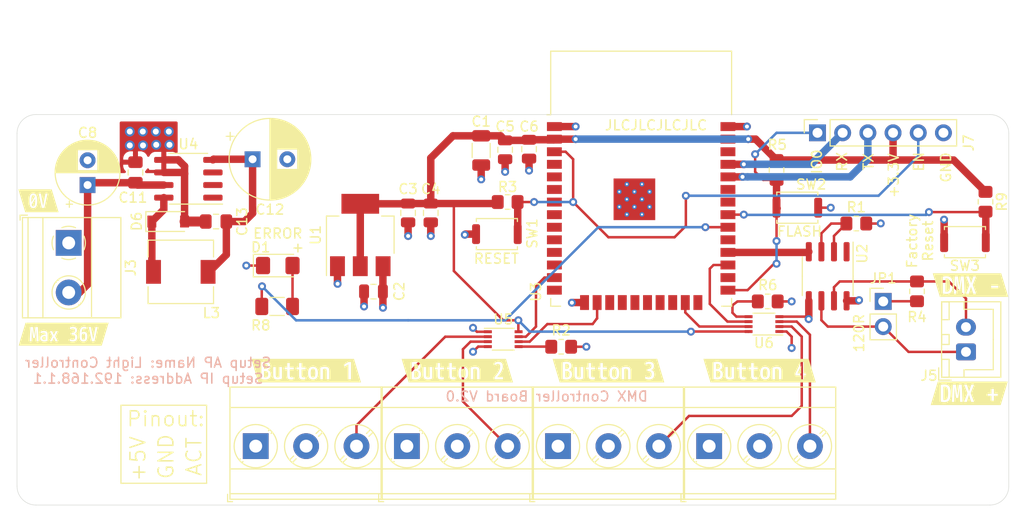
<source format=kicad_pcb>
(kicad_pcb (version 20211014) (generator pcbnew)
  (layers (0 "F.Cu" signal) (1 "In1.Cu" power) (2 "In2.Cu" power) (31 "B.Cu" signal) (34 "B.Paste" user) (35 "F.Paste" user) (36 "B.SilkS" user "B.Silkscreen") (37 "F.SilkS" user "F.Silkscreen") (38 "B.Mask" user) (39 "F.Mask" user) (44 "Edge.Cuts" user))
  (net 0 "")
  (net 1 "GND")
  (net 2 "VCC")
  (net 3 "Net-(D6-Pad1)")
  (net 4 "RESET")
  (net 5 "+3.3V")
  (net 6 "+5V")
  (net 7 "Net-(J5-Pad1)")
  (net 8 "Net-(J5-Pad2)")
  (net 9 "Net-(R1-Pad1)")
  (net 10 "BOOT_MODE")
  (net 11 "RXD")
  (net 12 "TXD")
  (net 13 "Net-(D1-Pad2)")
  (net 14 "ERROR_LED")
  (net 15 "B2")
  (net 16 "B3")
  (net 17 "B4")
  (net 18 "B1")
  (net 19 "FACTORY_RESET")
  (net 20 "RS485_DIN")
  (net 21 "Net-(JP1-Pad1)")
  (net 49 "Button1_sense")
  (net 50 "Button2_sense")
  (net 51 "Button3_sense")
  (net 52 "Button4_sense")
  (net 53 "Net-(R2-Pad1)")
  (net 54 "Net-(R6-Pad1)")
  (footprint "Capacitor_THT:CP_Radial_D6.3mm_P2.50mm" (layer "F.Cu") (at 26.162 32.7025 90)
    (fp_text reference "C8")
    (fp_text value "100uF")
  )
  (footprint "Capacitor_THT:CP_Radial_D8.0mm_P3.50mm" (layer "F.Cu") (at 42.799 30.099)
    (fp_text reference "C12")
    (fp_text value "100uF")
  )
  (footprint "Capacitor_SMD:C_0805_2012Metric_Pad1.18x1.45mm_HandSolder" (layer "F.Cu") (at 39.116 36.3855)
    (fp_text reference "C13")
    (fp_text value "100nF")
  )
  (footprint "Diode_SMD:D_SOD-123" (layer "F.Cu") (at 34.29 36.3855)
    (fp_text reference "D6")
    (fp_text value "1N5817")
  )
  (footprint "TerminalBlock_Phoenix:TerminalBlock_Phoenix_MKDS-1,5-2_1x02_P5.00mm_Horizontal" (layer "F.Cu") (at 24.257 38.5445 -90)
    (fp_text reference "J3")
    (fp_text value "PWR_IN")
  )
  (footprint "Connector_JST:JST_XH_B2B-XH-A_1x02_P2.50mm_Vertical" (layer "F.Cu") (at 114.7318 49.5427 90)
    (fp_text reference "J5")
    (fp_text value "Conn_Left")
  )
  (footprint "Inductor_SMD:L_6.3x6.3_H3" (layer "F.Cu") (at 35.56 41.4655)
    (fp_text reference "L3")
    (fp_text value "L_Small")
  )
  (footprint "Resistor_SMD:R_0805_2012Metric_Pad1.20x1.40mm_HandSolder" (layer "F.Cu") (at 68.5165 34.417)
    (fp_text reference "R3")
    (fp_text value "10k")
  )
  (footprint "Button_Switch_SMD:SW_Push_SPST_NO_Alps_SKRK" (layer "F.Cu") (at 67.4325 37.6555 180)
    (fp_text reference "SW1")
    (fp_text value "SW_SPST")
  )
  (footprint "Package_SO:SOIC-8_3.9x4.9mm_P1.27mm" (layer "F.Cu") (at 100.7872 41.91 -90)
    (fp_text reference "U2")
    (fp_text value "MAX485E")
  )
  (footprint "Package_SO:SOIC-8_3.9x4.9mm_P1.27mm" (layer "F.Cu") (at 36.322 32.0675 180)
    (fp_text reference "U4")
    (fp_text value "LM2594HVM-5.0")
  )
  (footprint "Capacitor_SMD:C_1206_3216Metric" (layer "F.Cu") (at 65.8495 29.21 -90)
    (fp_text reference "C1")
    (fp_text value "100uF/6.3V")
  )
  (footprint "Capacitor_SMD:C_0805_2012Metric" (layer "F.Cu") (at 58.4785 35.519 -90)
    (fp_text reference "C3")
    (fp_text value "10uF/25V")
  )
  (footprint "Capacitor_SMD:C_0805_2012Metric" (layer "F.Cu") (at 60.7645 35.519 -90)
    (fp_text reference "C4")
    (fp_text value "22uF/25V")
  )
  (footprint "RF_Module:ESP32-WROOM-32" (layer "F.Cu") (at 81.9785 35.052)
    (fp_text reference "U3")
    (fp_text value "ESP32-WROOM-32")
  )
  (footprint "Resistor_SMD:R_0805_2012Metric_Pad1.20x1.40mm_HandSolder" (layer "F.Cu") (at 103.6734 36.5887)
    (fp_text reference "R1")
    (fp_text value "10K")
  )
  (footprint "Capacitor_SMD:C_0805_2012Metric_Pad1.18x1.45mm_HandSolder" (layer "F.Cu") (at 30.988 31.4325 -90)
    (fp_text reference "C11")
    (fp_text value "100nF")
  )
  (footprint "Diode_SMD:D_1206_3216Metric_Pad1.42x1.75mm_HandSolder" (layer "F.Cu") (at 45.339 40.8305)
    (fp_text reference "D1")
    (fp_text value "D_Small")
  )
  (footprint "Resistor_SMD:R_1206_3216Metric_Pad1.30x1.75mm_HandSolder" (layer "F.Cu") (at 45.2755 44.958 180)
    (fp_text reference "R8")
    (fp_text value "200R")
  )
  (footprint "TerminalBlock_Phoenix:TerminalBlock_Phoenix_MKDS-3-3-5.08_1x03_P5.08mm_Horizontal" (layer "F.Cu") (at 43.1165 59.055)
    (fp_text reference "J1")
    (fp_text value "Screw_Terminal_01x03")
  )
  (footprint "TerminalBlock_Phoenix:TerminalBlock_Phoenix_MKDS-3-3-5.08_1x03_P5.08mm_Horizontal" (layer "F.Cu") (at 58.3565 59.055)
    (fp_text reference "J2")
    (fp_text value "Screw_Terminal_01x03")
  )
  (footprint "TerminalBlock_Phoenix:TerminalBlock_Phoenix_MKDS-3-3-5.08_1x03_P5.08mm_Horizontal" (layer "F.Cu") (at 73.5965 59.055)
    (fp_text reference "J4")
    (fp_text value "Screw_Terminal_01x03")
  )
  (footprint "TerminalBlock_Phoenix:TerminalBlock_Phoenix_MKDS-3-3-5.08_1x03_P5.08mm_Horizontal" (layer "F.Cu") (at 88.8365 59.055)
    (fp_text reference "J6")
    (fp_text value "Screw_Terminal_01x03")
  )
  (footprint "Resistor_SMD:R_0805_2012Metric_Pad1.20x1.40mm_HandSolder" (layer "F.Cu") (at 95.631 31.1785 -90)
    (fp_text reference "R5")
    (fp_text value "10k")
  )
  (footprint "Button_Switch_SMD:SW_Push_SPST_NO_Alps_SKRK" (layer "F.Cu") (at 97.7265 34.9885)
    (fp_text reference "SW2")
    (fp_text value "SW_SPST")
  )
  (footprint "Connector_PinSocket_2.54mm:PinSocket_1x06_P2.54mm_Vertical" (layer "F.Cu") (at 99.7585 27.432 90)
    (fp_text reference "J7")
    (fp_text value "ProgrammingHeader")
  )
  (footprint "Resistor_SMD:R_0805_2012Metric_Pad1.20x1.40mm_HandSolder" (layer "F.Cu") (at 116.7003 34.3916 -90)
    (fp_text reference "R9")
    (fp_text value "10k")
  )
  (footprint "Button_Switch_SMD:SW_Push_SPST_NO_Alps_SKRK" (layer "F.Cu") (at 114.6287 38.4676 180)
    (fp_text reference "SW3")
    (fp_text value "SW_SPST")
  )
  (footprint "MountingHole:MountingHole_3.2mm_M3" (layer "F.Cu") (at 52.8447 29.3116)
    (fp_text reference "H1")
    (fp_text value "MountingHole")
  )
  (footprint "MountingHole:MountingHole_3.2mm_M3" (layer "F.Cu") (at 22.479 61.468)
    (fp_text reference "H2")
    (fp_text value "MountingHole")
  )
  (footprint "MountingHole:MountingHole_3.2mm_M3" (layer "F.Cu") (at 115.443 61.468)
    (fp_text reference "H3")
    (fp_text value "MountingHole")
  )
  (footprint "Connector_PinHeader_2.54mm:PinHeader_1x02_P2.54mm_Vertical" (layer "F.Cu") (at 106.3879 44.45)
    (fp_text reference "JP1")
    (fp_text value "CON")
  )
  (footprint "Resistor_SMD:R_0805_2012Metric_Pad1.20x1.40mm_HandSolder" (layer "F.Cu") (at 109.7915 43.434 90)
    (fp_text reference "R4")
    (fp_text value "120R")
  )
  (footprint "Capacitor_SMD:C_0805_2012Metric" (layer "F.Cu") (at 54.9885 43.459 180)
    (fp_text reference "C2")
    (fp_text value "10uF/25V")
  )
  (footprint "Resistor_SMD:R_0805_2012Metric_Pad1.20x1.40mm_HandSolder" (layer "F.Cu") (at 73.914 49.022)
    (fp_text reference "R2")
    (fp_text value "10k")
  )
  (footprint "kibuzzard-63869759" (layer "F.Cu") (at 48.2015 51.435)
    (fp_text reference "kibuzzard-63869759" hide)
    (fp_text value "G***" hide)
  )
  (footprint "kibuzzard-63869B9D" (layer "F.Cu") (at 115.062 53.721)
    (fp_text reference "kibuzzard-63869B9D" hide)
    (fp_text value "G***" hide)
  )
  (footprint "kibuzzard-63869791" (layer "F.Cu") (at 63.4415 51.435)
    (fp_text reference "kibuzzard-63869791" hide)
    (fp_text value "G***" hide)
  )
  (footprint "Capacitor_SMD:C_0805_2012Metric" (layer "F.Cu") (at 70.6755 29.083 -90)
    (fp_text reference "C6")
    (fp_text value "100nF/16V")
  )
  (footprint "kibuzzard-638699ED" (layer "F.Cu") (at 93.9215 51.435)
    (fp_text reference "kibuzzard-638699ED" hide)
    (fp_text value "G***" hide)
  )
  (footprint "Resistor_SMD:R_0805_2012Metric_Pad1.20x1.40mm_HandSolder" (layer "F.Cu") (at 94.742 44.45)
    (fp_text reference "R6")
    (fp_text value "10k")
  )
  (footprint "kibuzzard-63869BE0" (layer "F.Cu") (at 21.209 34.29)
    (fp_text reference "kibuzzard-63869BE0" hide)
    (fp_text value "G***" hide)
  )
  (footprint "Package_SO:VSSOP-8_2.3x2mm_P0.5mm" (layer "F.Cu") (at 68.072 48.26)
    (fp_text reference "U5")
    (fp_text value "74LVC2T45DC")
  )
  (footprint "Package_TO_SOT_SMD:SOT-223-3_TabPin2" (layer "F.Cu") (at 53.6575 37.744 90)
    (fp_text reference "U1")
    (fp_text value "AMS1117-3.3")
  )
  (footprint "Capacitor_SMD:C_0805_2012Metric" (layer "F.Cu") (at 68.2625 29.144 -90)
    (fp_text reference "C5")
    (fp_text value "1uF/10V")
  )
  (footprint "kibuzzard-63869BE9" (layer "F.Cu") (at 23.749 47.752)
    (fp_text reference "kibuzzard-63869BE9" hide)
    (fp_text value "G***" hide)
  )
  (footprint "kibuzzard-6386984B" (layer "F.Cu") (at 78.6815 51.435)
    (fp_text reference "kibuzzard-6386984B" hide)
    (fp_text value "G***" hide)
  )
  (footprint "kibuzzard-63869BC5" (layer "F.Cu") (at 115.189 42.799)
    (fp_text reference "kibuzzard-63869BC5" hide)
    (fp_text value "G***" hide)
  )
  (footprint "Package_SO:VSSOP-8_2.3x2mm_P0.5mm" (layer "F.Cu") (at 94.361 46.736 180)
    (fp_text reference "U6")
    (fp_text value "74LVC2T45DC")
  )
  (gr_line (start 29.5275 62.8015) (end 29.5275 54.9275) (layer "F.SilkS") (width 0.12))
  (gr_line (start 29.5275 54.9275) (end 38.1635 54.9275) (layer "F.SilkS") (width 0.12))
  (gr_line (start 38.1635 54.9275) (end 38.1635 62.8015) (layer "F.SilkS") (width 0.12))
  (gr_line (start 29.7815 62.8015) (end 29.5275 62.8015) (layer "F.SilkS") (width 0.12))
  (gr_line (start 38.1635 62.8015) (end 29.7815 62.8015) (layer "F.SilkS") (width 0.12))
  (gr_line (start 19.04746 27.493) (end 19.04746 63.095) (layer "Edge.Cuts") (width 0.05))
  (gr_line (start 119.0475 27.49296) (end 119.04726 63.095) (layer "Edge.Cuts") (width 0.05))
  (gr_arc (start 117.1425 25.58796) (mid 118.489538 26.145922) (end 119.0475 27.49296) (layer "Edge.Cuts") (width 0.05))
  (gr_line (start 20.95246 65) (end 117.14226 65) (layer "Edge.Cuts") (width 0.05))
  (gr_arc (start 119.04726 63.095) (mid 118.489296 64.442024) (end 117.14226 65) (layer "Edge.Cuts") (width 0.05))
  (gr_arc (start 20.95246 65) (mid 19.605422 64.442038) (end 19.04746 63.095) (layer "Edge.Cuts") (width 0.05))
  (gr_line (start 20.95246 25.588) (end 117.1425 25.58796) (layer "Edge.Cuts") (width 0.05))
  (gr_arc (start 19.04746 27.493) (mid 19.605422 26.145962) (end 20.95246 25.588) (layer "Edge.Cuts") (width 0.05))
  (gr_text "DMX Controller Board V2.0" (at 72.4535 54.0385) (layer "B.SilkS") (effects (font (size 1 1)) (justify mirror)))
  (gr_text "Setup AP Name: Light Controller\nSetup IP Address: 192.168.1.1" (at 32.258 51.435) (layer "B.SilkS") (effects (font (size 1 1)) (justify mirror)))
  (gr_text "FLASH" (at 97.94748 37.39134) (layer "F.SilkS") (effects (font (size 1 1))))
  (gr_text "+" (at 47.371 38.989) (layer "F.SilkS") (effects (font (size 1 1))))
  (gr_text "ERROR" (at 45.339 37.592) (layer "F.SilkS") (effects (font (size 1 1))))
  (gr_text "+5V" (at 31.242 60.325 90) (layer "F.SilkS") (effects (font (size 1.5 1.5))))
  (gr_text "GND" (at 34.0741 60.1091 90) (layer "F.SilkS") (effects (font (size 1.5 1.5))))
  (gr_text "ACT" (at 36.8935 60.1091 90) (layer "F.SilkS") (effects (font (size 1.5 1.5))))
  (gr_text "RX" (at 102.235 30.353 90) (layer "F.SilkS") (effects (font (size 1 1))))
  (gr_text "TX" (at 104.902 30.353 90) (layer "F.SilkS") (effects (font (size 1 1))))
  (gr_text "+3.3V" (at 107.442 31.75 90) (layer "F.SilkS") (effects (font (size 1 1))))
  (gr_text "GND" (at 112.7125 30.9245 90) (layer "F.SilkS") (effects (font (size 1 1))))
  (gr_text "Factory\nReset" (at 110.0963 38.354 90) (layer "F.SilkS") (effects (font (size 1 1))))
  (gr_text "Pinout:" (at 34.0487 56.2991) (layer "F.SilkS") (effects (font (size 1.5 1.5))))
  (gr_text "120R" (at 103.9495 47.6504 90) (layer "F.SilkS") (effects (font (size 1 1))))
  (gr_text "JLCJLCJLCJLC" (at 83.4771 26.67) (layer "F.SilkS") (effects (font (size 1 1))))
  (gr_text "IO0" (at 99.695 30.353 90) (layer "F.SilkS") (effects (font (size 1 1))))
  (gr_text "RESET" (at 67.3735 40.132) (layer "F.SilkS") (effects (font (size 1 1))))
  (gr_text "EN" (at 109.982 30.353 90) (layer "F.SilkS") (effects (font (size 1 1))))
  (segment (start 51.3575 42.658) (end 51.3715 42.672) (width 0.75) (layer "F.Cu") (net 1))
  (segment (start 58.4785 36.469) (end 58.4785 37.841) (width 0.75) (layer "F.Cu") (net 1))
  (segment (start 65.8495 30.685) (end 65.8495 32.131) (width 0.75) (layer "F.Cu") (net 1))
  (segment (start 66.522 49.01) (end 65.544 49.01) (width 0.25) (layer "F.Cu") (net 1))
  (segment (start 90.7285 26.802) (end 92.6415 26.802) (width 0.75) (layer "F.Cu") (net 1))
  (segment (start 51.3575 40.894) (end 51.3575 42.658) (width 0.75) (layer "F.Cu") (net 1))
  (segment (start 38.0785 36.3855) (end 35.94 36.3855) (width 1) (layer "F.Cu") (net 1))
  (segment (start 68.2625 30.094) (end 68.2625 31.369) (width 0.75) (layer "F.Cu") (net 1))
  (segment (start 75.3695 26.802) (end 75.3745 26.797) (width 0.75) (layer "F.Cu") (net 1))
  (segment (start 76.2685 44.562) (end 75.0085 44.562) (width 0.75) (layer "F.Cu") (net 1))
  (segment (start 60.7645 37.841) (end 60.7695 37.846) (width 0.75) (layer "F.Cu") (net 1))
  (segment (start 70.6755 30.033) (end 70.6755 31.242) (width 0.75) (layer "F.Cu") (net 1))
  (segment (start 112.5287 36.2017) (end 112.522 36.195) (width 0.75) (layer "F.Cu") (net 1))
  (segment (start 92.6415 26.802) (end 92.6465 26.797) (width 0.75) (layer "F.Cu") (net 1))
  (segment (start 35.814 31.4325) (end 35.94 31.5585) (width 0.75) (layer "F.Cu") (net 1))
  (segment (start 75.0085 44.562) (end 74.9935 44.577) (width 0.75) (layer "F.Cu") (net 1))
  (segment (start 99.8265 34.9885) (end 101.092 34.9885) (width 0.25) (layer "F.Cu") (net 1))
  (segment (start 112.5287 38.4676) (end 112.5287 36.2017) (width 0.75) (layer "F.Cu") (net 1))
  (segment (start 95.911 45.986) (end 98.6275 45.986) (width 0.25) (layer "F.Cu") (net 1))
  (segment (start 98.8822 46.2153) (end 98.8695 46.228) (width 0.75) (layer "F.Cu") (net 1))
  (segment (start 35.94 31.5585) (end 35.94 30.7965) (width 0.75) (layer "F.Cu") (net 1))
  (segment (start 35.306 30.1625) (end 33.847 30.1625) (width 0.75) (layer "F.Cu") (net 1))
  (segment (start 65.544 49.01) (end 65.024 49.53) (width 0.25) (layer "F.Cu") (net 1))
  (segment (start 98.6275 45.986) (end 98.8695 46.228) (width 0.25) (layer "F.Cu") (net 1))
  (segment (start 43.8515 40.8305) (end 42.164 40.8305) (width 0.25) (layer "F.Cu") (net 1))
  (segment (start 35.94 36.3855) (end 35.94 31.5585) (width 0.75) (layer "F.Cu") (net 1))
  (segment (start 65.3325 37.6555) (end 64.262 37.6555) (width 0.75) (layer "F.Cu") (net 1))
  (segment (start 98.8822 44.385) (end 98.8822 46.2153) (width 0.75) (layer "F.Cu") (net 1))
  (segment (start 64.262 37.6555) (end 64.1985 37.719) (width 0.75) (layer "F.Cu") (net 1))
  (segment (start 33.847 31.4325) (end 35.814 31.4325) (width 0.75) (layer "F.Cu") (net 1))
  (segment (start 54.0385 43.459) (end 54.0385 44.958) (width 0.75) (layer "F.Cu") (net 1))
  (segment (start 73.2285 26.802) (end 75.3695 26.802) (width 0.75) (layer "F.Cu") (net 1))
  (segment (start 60.7645 36.469) (end 60.7645 37.841) (width 0.75) (layer "F.Cu") (net 1))
  (segment (start 35.94 30.7965) (end 35.306 30.1625) (width 0.75) (layer "F.Cu") (net 1))
  (segment (start 58.4785 37.841) (end 58.4835 37.846) (width 0.75) (layer "F.Cu") (net 1))
  (via (at 34.3535 27.305) (size 1) (drill 0.6) (layers "F.Cu" "B.Cu") (net 1))
  (via (at 58.4835 37.846) (size 0.8) (drill 0.4) (layers "F.Cu" "B.Cu") (net 1))
  (via (at 92.6465 26.797) (size 0.8) (drill 0.4) (layers "F.Cu" "B.Cu") (net 1))
  (via (at 31.75 28.702) (size 1) (drill 0.6) (layers "F.Cu" "B.Cu") (net 1))
  (via (at 60.7695 37.846) (size 0.8) (drill 0.4) (layers "F.Cu" "B.Cu") (net 1))
  (via (at 34.417 28.6385) (size 1) (drill 0.6) (layers "F.Cu" "B.Cu") (net 1))
  (via (at 30.4165 27.305) (size 1) (drill 0.6) (layers "F.Cu" "B.Cu") (net 1))
  (via (at 33.041166 27.305) (size 1) (drill 0.6) (layers "F.Cu" "B.Cu") (net 1))
  (via (at 33.0835 28.6385) (size 1) (drill 0.6) (layers "F.Cu" "B.Cu") (net 1))
  (via (at 98.8695 46.228) (size 0.8) (drill 0.4) (layers "F.Cu" "B.Cu") (net 1))
  (via (at 65.8495 32.131) (size 0.8) (drill 0.4) (layers "F.Cu" "B.Cu") (net 1))
  (via (at 64.1985 37.719) (size 0.8) (drill 0.4) (layers "F.Cu" "B.Cu") (net 1))
  (via (at 101.092 34.9885) (size 0.8) (drill 0.4) (layers "F.Cu" "B.Cu") (net 1))
  (via (at 74.9935 44.577) (size 0.8) (drill 0.4) (layers "F.Cu" "B.Cu") (net 1))
  (via (at 42.164 40.8305) (size 0.8) (drill 0.4) (layers "F.Cu" "B.Cu") (net 1))
  (via (at 70.6755 31.242) (size 0.8) (drill 0.4) (layers "F.Cu" "B.Cu") (net 1))
  (via (at 112.522 36.195) (size 0.8) (drill 0.4) (layers "F.Cu" "B.Cu") (net 1))
  (via (at 65.024 49.53) (size 0.8) (drill 0.4) (layers "F.Cu" "B.Cu") (net 1))
  (via (at 30.4165 28.702) (size 1) (drill 0.6) (layers "F.Cu" "B.Cu") (net 1))
  (via (at 68.2625 31.369) (size 0.8) (drill 0.4) (layers "F.Cu" "B.Cu") (net 1))
  (via (at 51.3715 42.672) (size 0.8) (drill 0.4) (layers "F.Cu" "B.Cu") (net 1))
  (via (at 54.0385 44.958) (size 0.8) (drill 0.4) (layers "F.Cu" "B.Cu") (net 1))
  (via (at 75.3745 26.797) (size 0.8) (drill 0.4) (layers "F.Cu" "B.Cu") (net 1))
  (via (at 31.728833 27.305) (size 1) (drill 0.6) (layers "F.Cu" "B.Cu") (net 1))
  (segment (start 25.353 43.5445) (end 26.162 42.7355) (width 0.75) (layer "F.Cu") (net 2))
  (segment (start 30.988 32.47) (end 26.3945 32.47) (width 0.75) (layer "F.Cu") (net 2))
  (segment (start 26.162 42.7355) (end 26.162 32.7025) (width 0.75) (layer "F.Cu") (net 2))
  (segment (start 33.847 32.7025) (end 31.2205 32.7025) (width 0.75) (layer "F.Cu") (net 2))
  (segment (start 24.257 43.5445) (end 25.353 43.5445) (width 0.75) (layer "F.Cu") (net 2))
  (segment (start 31.2205 32.7025) (end 30.988 32.47) (width 0.75) (layer "F.Cu") (net 2))
  (segment (start 26.3945 32.47) (end 26.162 32.7025) (width 0.75) (layer "F.Cu") (net 2))
  (segment (start 33.847 35.1785) (end 32.64 36.3855) (width 0.75) (layer "F.Cu") (net 3))
  (segment (start 32.64 41.2955) (end 32.81 41.4655) (width 0.75) (layer "F.Cu") (net 3))
  (segment (start 32.64 36.3855) (end 32.64 41.2955) (width 0.75) (layer "F.Cu") (net 3))
  (segment (start 33.847 33.9725) (end 33.847 35.1785) (width 0.75) (layer "F.Cu") (net 3))
  (segment (start 86.487 33.782) (end 86.487 36.83) (width 0.25) (layer "F.Cu") (net 4))
  (segment (start 78.6765 37.973) (end 75.1205 34.417) (width 0.25) (layer "F.Cu") (net 4))
  (segment (start 69.5325 37.6555) (end 69.5325 34.433) (width 0.75) (layer "F.Cu") (net 4))
  (segment (start 69.5325 34.433) (end 69.5165 34.417) (width 0.75) (layer "F.Cu") (net 4))
  (segment (start 71.1835 34.417) (end 69.5165 34.417) (width 0.25) (layer "F.Cu") (net 4))
  (segment (start 85.344 37.973) (end 78.6765 37.973) (width 0.25) (layer "F.Cu") (net 4))
  (segment (start 74.3635 29.342) (end 75.1205 30.099) (width 0.25) (layer "F.Cu") (net 4))
  (segment (start 75.1205 30.099) (end 75.1205 34.417) (width 0.25) (layer "F.Cu") (net 4))
  (segment (start 86.487 36.83) (end 85.344 37.973) (width 0.25) (layer "F.Cu") (net 4))
  (segment (start 73.2285 29.342) (end 74.3635 29.342) (width 0.25) (layer "F.Cu") (net 4))
  (via (at 75.1205 34.417) (size 0.8) (drill 0.4) (layers "F.Cu" "B.Cu") (net 4))
  (via (at 86.487 33.782) (size 0.8) (drill 0.4) (layers "F.Cu" "B.Cu") (net 4))
  (via (at 71.1835 34.417) (size 0.8) (drill 0.4) (layers "F.Cu" "B.Cu") (net 4))
  (segment (start 109.9185 27.432) (end 109.9185 29.7815) (width 0.25) (layer "B.Cu") (net 4))
  (segment (start 75.1205 34.417) (end 71.1835 34.417) (width 0.25) (layer "B.Cu") (net 4))
  (segment (start 105.918 33.782) (end 86.487 33.782) (width 0.25) (layer "B.Cu") (net 4))
  (segment (start 109.9185 29.7815) (end 105.918 33.782) (width 0.25) (layer "B.Cu") (net 4))
  (segment (start 107.3785 27.432) (end 107.3785 30.131) (width 0.75) (layer "F.Cu") (net 5))
  (segment (start 70.6145 28.194) (end 70.6755 28.133) (width 0.75) (layer "F.Cu") (net 5))
  (segment (start 68.2625 28.194) (end 70.6145 28.194) (width 0.75) (layer "F.Cu") (net 5))
  (segment (start 69.596 47.484) (end 69.622 47.51) (width 0.25) (layer "F.Cu") (net 5))
  (segment (start 53.6575 34.594) (end 58.4535 34.594) (width 0.75) (layer "F.Cu") (net 5))
  (segment (start 65.8495 27.735) (end 67.8035 27.735) (width 0.75) (layer "F.Cu") (net 5))
  (segment (start 53.6575 40.894) (end 53.6575 34.594) (width 0.75) (layer "F.Cu") (net 5))
  (segment (start 92.799 47.498) (end 92.811 47.486) (width 0.25) (layer "F.Cu") (net 5))
  (segment (start 73.2285 28.072) (end 75.3695 28.072) (width 0.75) (layer "F.Cu") (net 5))
  (segment (start 70.6755 28.133) (end 73.1675 28.133) (width 0.75) (layer "F.Cu") (net 5))
  (segment (start 93.5195 28.067) (end 95.631 30.1785) (width 0.75) (layer "F.Cu") (net 5))
  (segment (start 58.4785 34.569) (end 60.7645 34.569) (width 0.75) (layer "F.Cu") (net 5))
  (segment (start 65.8495 27.735) (end 63.0065 27.735) (width 0.75) (layer "F.Cu") (net 5))
  (segment (start 69.596 46.355) (end 69.596 47.484) (width 0.25) (layer "F.Cu") (net 5))
  (segment (start 63.094 41.377) (end 63.094 34.569) (width 0.25) (layer "F.Cu") (net 5))
  (segment (start 67.8035 27.735) (end 68.2625 28.194) (width 0.75) (layer "F.Cu") (net 5))
  (segment (start 107.3785 30.131) (end 107.426 30.1785) (width 0.75) (layer "F.Cu") (net 5))
  (segment (start 67.3645 34.569) (end 67.5165 34.417) (width 0.75) (layer "F.Cu") (net 5))
  (segment (start 75.3695 28.072) (end 75.3745 28.067) (width 0.75) (layer "F.Cu") (net 5))
  (segment (start 92.7735 28.067) (end 93.5195 28.067) (width 0.75) (layer "F.Cu") (net 5))
  (segment (start 60.7645 34.569) (end 63.094 34.569) (width 0.75) (layer "F.Cu") (net 5))
  (segment (start 68.072 46.355) (end 69.596 46.355) (width 0.25) (layer "F.Cu") (net 5))
  (segment (start 107.426 30.1785) (end 113.4872 30.1785) (width 0.75) (layer "F.Cu") (net 5))
  (segment (start 63.094 34.569) (end 67.3645 34.569) (width 0.75) (layer "F.Cu") (net 5))
  (segment (start 87.007 47.486) (end 86.995 47.498) (width 0.25) (layer "F.Cu") (net 5))
  (segment (start 63.0065 27.735) (end 60.7645 29.977) (width 0.75) (layer "F.Cu") (net 5))
  (segment (start 73.1675 28.133) (end 73.2285 28.072) (width 0.75) (layer "F.Cu") (net 5))
  (segment (start 60.7645 29.977) (end 60.7645 34.569) (width 0.75) (layer "F.Cu") (net 5))
  (segment (start 95.631 30.1785) (end 107.426 30.1785) (width 0.75) (layer "F.Cu") (net 5))
  (segment (start 113.4872 30.1785) (end 116.7003 33.3916) (width 0.75) (layer "F.Cu") (net 5))
  (segment (start 58.4535 34.594) (end 58.4785 34.569) (width 0.75) (layer "F.Cu") (net 5))
  (segment (start 63.094 41.377) (end 68.072 46.355) (width 0.25) (layer "F.Cu") (net 5))
  (segment (start 92.811 47.486) (end 87.007 47.486) (width 0.25) (layer "F.Cu") (net 5))
  (via (at 69.596 46.355) (size 0.8) (drill 0.4) (layers "F.Cu" "B.Cu") (net 5))
  (via (at 86.995 47.498) (size 0.8) (drill 0.4) (layers "F.Cu" "B.Cu") (net 5))
  (via (at 92.7735 28.067) (size 0.8) (drill 0.4) (layers "F.Cu" "B.Cu") (net 5))
  (via (at 75.3745 28.067) (size 0.8) (drill 0.4) (layers "F.Cu" "B.Cu") (net 5))
  (segment (start 86.995 47.498) (end 70.739 47.498) (width 0.25) (layer "B.Cu") (net 5))
  (segment (start 75.3745 28.067) (end 92.7735 28.067) (width 0.75) (layer "B.Cu") (net 5))
  (segment (start 70.739 47.498) (end 69.596 46.355) (width 0.25) (layer "B.Cu") (net 5))
  (segment (start 38.31 41.4655) (end 38.4175 41.4655) (width 0.75) (layer "F.Cu") (net 6))
  (segment (start 42.799 35.56) (end 41.9735 36.3855) (width 0.75) (layer "F.Cu") (net 6))
  (segment (start 95.911 47.486) (end 96.635 47.486) (width 0.25) (layer "F.Cu") (net 6))
  (segment (start 42.799 30.099) (end 38.8605 30.099) (width 0.75) (layer "F.Cu") (net 6))
  (segment (start 55.9385 40.913) (end 55.9575 40.894) (width 0.75) (layer "F.Cu") (net 6))
  (segment (start 38.8605 30.099) (end 38.797 30.1625) (width 0.75) (layer "F.Cu") (net 6))
  (segment (start 74.914 49.022) (end 76.454 49.022) (width 0.25) (layer "F.Cu") (net 6))
  (segment (start 38.4175 41.4655) (end 40.1535 39.7295) (width 0.75) (layer "F.Cu") (net 6))
  (segment (start 40.1535 39.7295) (end 40.1535 36.3855) (width 0.75) (layer "F.Cu") (net 6))
  (segment (start 106.1212 36.5887) (end 106.1339 36.576) (width 0.25) (layer "F.Cu") (net 6))
  (segment (start 55.9385 43.459) (end 55.9385 40.913) (width 0.75) (layer "F.Cu") (net 6))
  (segment (start 66.522 47.51) (end 65.417 47.51) (width 0.25) (layer "F.Cu") (net 6))
  (segment (start 65.417 47.51) (end 65.024 47.117) (width 0.25) (layer "F.Cu") (net 6))
  (segment (start 41.9735 36.3855) (end 40.1535 36.3855) (width 0.75) (layer "F.Cu") (net 6))
  (segment (start 42.799 30.099) (end 42.799 35.56) (width 0.75) (layer "F.Cu") (net 6))
  (segment (start 104.6734 36.5887) (end 106.1212 36.5887) (width 0.25) (layer "F.Cu") (net 6))
  (segment (start 103.8875 44.385) (end 103.9495 44.323) (width 0.75) (layer "F.Cu") (net 6))
  (segment (start 55.9385 43.459) (end 55.9385 45.08) (width 0.75) (layer "F.Cu") (net 6))
  (segment (start 102.6922 44.385) (end 103.8875 44.385) (width 0.75) (layer "F.Cu") (net 6))
  (segment (start 97.155 48.006) (end 97.155 49.149) (width 0.25) (layer "F.Cu") (net 6))
  (segment (start 96.635 47.486) (end 97.155 48.006) (width 0.25) (layer "F.Cu") (net 6))
  (segment (start 55.9385 45.08) (end 55.9435 45.085) (width 0.75) (layer "F.Cu") (net 6))
  (segment (start 95.742 44.45) (end 97.155 44.45) (width 0.25) (layer "F.Cu") (net 6))
  (via (at 76.454 49.022) (size 0.8) (drill 0.4) (layers "F.Cu" "B.Cu") (net 6))
  (via (at 97.155 44.45) (size 0.8) (drill 0.4) (layers "F.Cu" "B.Cu") (net 6))
  (via (at 103.9495 44.323) (size 0.8) (drill 0.4) (layers "F.Cu" "B.Cu") (net 6))
  (via (at 106.1339 36.576) (size 0.8) (drill 0.4) (layers "F.Cu" "B.Cu") (net 6))
  (via (at 65.024 47.117) (size 0.8) (drill 0.4) (layers "F.Cu" "B.Cu") (net 6))
  (via (at 97.155 49.149) (size 0.8) (drill 0.4) (layers "F.Cu" "B.Cu") (net 6))
  (via (at 55.9435 45.085) (size 0.8) (drill 0.4) (layers "F.Cu" "B.Cu") (net 6))
  (segment (start 100.7999 46.99) (end 100.1522 46.3423) (width 0.25) (layer "F.Cu") (net 7))
  (segment (start 108.9406 49.5427) (end 106.3879 46.99) (width 0.25) (layer "F.Cu") (net 7))
  (segment (start 114.7318 49.5427) (end 108.9406 49.5427) (width 0.25) (layer "F.Cu") (net 7))
  (segment (start 100.1522 46.3423) (end 100.1522 44.385) (width 0.25) (layer "F.Cu") (net 7))
  (segment (start 106.3879 46.99) (end 100.7999 46.99) (width 0.25) (layer "F.Cu") (net 7))
  (segment (start 113.0079 42.434) (end 109.7915 42.434) (width 0.25) (layer "F.Cu") (net 8))
  (segment (start 101.4222 43.0149) (end 102.0031 42.434) (width 0.25) (layer "F.Cu") (net 8))
  (segment (start 114.7318 44.1579) (end 113.0079 42.434) (width 0.25) (layer "F.Cu") (net 8))
  (segment (start 114.7318 47.0427) (end 114.7318 44.1579) (width 0.25) (layer "F.Cu") (net 8))
  (segment (start 101.4222 44.385) (end 101.4222 43.0149) (width 0.25) (layer "F.Cu") (net 8))
  (segment (start 102.0031 42.434) (end 109.7915 42.434) (width 0.25) (layer "F.Cu") (net 8))
  (segment (start 101.4222 37.8399) (end 102.6734 36.5887) (width 0.25) (layer "F.Cu") (net 9))
  (segment (start 101.4222 39.435) (end 101.4222 37.8399) (width 0.25) (layer "F.Cu") (net 9))
  (segment (start 100.1522 39.435) (end 100.1522 37.5793) (width 0.25) (layer "F.Cu") (net 9))
  (segment (start 101.1428 36.5887) (end 102.6734 36.5887) (width 0.25) (layer "F.Cu") (net 9))
  (segment (start 100.1522 37.5793) (end 101.1428 36.5887) (width 0.25) (layer "F.Cu") (net 9))
  (segment (start 93.472 31.369) (end 93.472 29.591) (width 0.25) (layer "F.Cu") (net 10))
  (segment (start 93.726 31.623) (end 93.472 31.369) (width 0.25) (layer "F.Cu") (net 10))
  (segment (start 93.599 42.418) (end 95.377 40.64) (width 0.25) (layer "F.Cu") (net 10))
  (segment (start 95.631 34.993) (end 95.6265 34.9885) (width 0.25) (layer "F.Cu") (net 10))
  (segment (start 92.705 43.312) (end 93.599 42.418) (width 0.25) (layer "F.Cu") (net 10))
  (segment (start 95.631 32.1785) (end 94.2815 32.1785) (width 0.25) (layer "F.Cu") (net 10))
  (segment (start 95.6945 35.0565) (end 95.6265 34.9885) (width 0.75) (layer "F.Cu") (net 10))
  (segment (start 95.6265 32.183) (end 95.631 32.1785) (width 0.75) (layer "F.Cu") (net 10))
  (segment (start 95.377 40.64) (end 95.631 40.64) (width 0.25) (layer "F.Cu") (net 10))
  (segment (start 90.7285 43.312) (end 92.705 43.312) (width 0.25) (layer "F.Cu") (net 10))
  (segment (start 94.2815 32.1785) (end 93.726 31.623) (width 0.25) (layer "F.Cu") (net 10))
  (segment (start 95.631 38.354) (end 95.631 34.993) (width 0.25) (layer "F.Cu") (net 10))
  (segment (start 95.6265 34.9885) (end 95.6265 32.183) (width 0.75) (layer "F.Cu") (net 10))
  (via (at 95.631 40.64) (size 0.8) (drill 0.4) (layers "F.Cu" "B.Cu") (net 10))
  (via (at 93.472 29.591) (size 0.8) (drill 0.4) (layers "F.Cu" "B.Cu") (net 10))
  (via (at 95.631 38.354) (size 0.8) (drill 0.4) (layers "F.Cu" "B.Cu") (net 10))
  (segment (start 95.631 40.64) (end 95.631 38.354) (width 0.25) (layer "B.Cu") (net 10))
  (segment (start 93.472 29.591) (end 95.631 27.432) (width 0.25) (layer "B.Cu") (net 10))
  (segment (start 95.631 27.432) (end 99.7585 27.432) (width 0.25) (layer "B.Cu") (net 10))
  (segment (start 90.7335 31.877) (end 90.7285 31.882) (width 0.75) (layer "F.Cu") (net 11))
  (segment (start 92.202 31.877) (end 90.7335 31.877) (width 0.75) (layer "F.Cu") (net 11))
  (via (at 92.202 31.877) (size 0.8) (drill 0.4) (layers "F.Cu" "B.Cu") (net 11))
  (segment (start 103.0605 31.877) (end 104.8385 30.099) (width 0.75) (layer "B.Cu") (net 11))
  (segment (start 92.71 31.877) (end 92.202 31.877) (width 0.75) (layer "B.Cu") (net 11))
  (segment (start 92.71 31.877) (end 103.0605 31.877) (width 0.75) (layer "B.Cu") (net 11))
  (segment (start 104.8385 30.099) (end 104.8385 27.432) (width 0.75) (layer "B.Cu") (net 11))
  (segment (start 90.7335 30.607) (end 90.7285 30.612) (width 0.75) (layer "F.Cu") (net 12))
  (segment (start 92.329 30.607) (end 90.7335 30.607) (width 0.75) (layer "F.Cu") (net 12))
  (via (at 92.329 30.607) (size 0.8) (drill 0.4) (layers "F.Cu" "B.Cu") (net 12))
  (segment (start 99.1235 30.607) (end 102.2985 27.432) (width 0.75) (layer "B.Cu") (net 12))
  (segment (start 99.1235 30.607) (end 92.329 30.607) (width 0.75) (layer "B.Cu") (net 12))
  (segment (start 46.8265 40.8305) (end 46.8265 44.957) (width 0.25) (layer "F.Cu") (net 13))
  (segment (start 46.8265 44.957) (end 46.8255 44.958) (width 0.25) (layer "F.Cu") (net 13))
  (segment (start 90.7235 36.957) (end 90.7285 36.962) (width 0.25) (layer "F.Cu") (net 14))
  (segment (start 43.7255 42.952) (end 43.7515 42.926) (width 0.25) (layer "F.Cu") (net 14))
  (segment (start 43.7255 44.958) (end 43.7255 42.952) (width 0.25) (layer "F.Cu") (net 14))
  (segment (start 88.4555 36.957) (end 90.7235 36.957) (width 0.25) (layer "F.Cu") (net 14))
  (via (at 43.7515 42.926) (size 0.8) (drill 0.4) (layers "F.Cu" "B.Cu") (net 14))
  (via (at 88.4555 36.957) (size 0.8) (drill 0.4) (layers "F.Cu" "B.Cu") (net 14))
  (segment (start 68.2625 46.355) (end 76.6445 37.973) (width 0.25) (layer "B.Cu") (net 14))
  (segment (start 47.1805 46.355) (end 58.4835 46.355) (width 0.25) (layer "B.Cu") (net 14))
  (segment (start 76.6445 37.973) (end 77.6605 36.957) (width 0.25) (layer "B.Cu") (net 14))
  (segment (start 58.4835 46.355) (end 68.2625 46.355) (width 0.25) (layer "B.Cu") (net 14))
  (segment (start 43.7515 42.926) (end 47.1805 46.355) (width 0.25) (layer "B.Cu") (net 14))
  (segment (start 77.6605 36.957) (end 88.4555 36.957) (width 0.25) (layer "B.Cu") (net 14))
  (segment (start 77.089 46.736) (end 77.47 46.228) (width 0.25) (layer "F.Cu") (net 15))
  (segment (start 69.622 48.51) (end 70.743 48.51) (width 0.25) (layer "F.Cu") (net 15))
  (segment (start 72.517 46.736) (end 77.089 46.736) (width 0.25) (layer "F.Cu") (net 15))
  (segment (start 70.743 48.51) (end 72.517 46.736) (width 0.25) (layer "F.Cu") (net 15))
  (segment (start 77.5385 46.1595) (end 77.5385 44.562) (width 0.25) (layer "F.Cu") (net 15))
  (segment (start 77.47 46.228) (end 77.5385 46.1595) (width 0.25) (layer "F.Cu") (net 15))
  (segment (start 87.8525 46.986) (end 92.811 46.986) (width 0.25) (layer "F.Cu") (net 16))
  (segment (start 86.4285 45.562) (end 87.8525 46.986) (width 0.25) (layer "F.Cu") (net 16))
  (segment (start 86.4285 44.562) (end 86.4285 45.562) (width 0.25) (layer "F.Cu") (net 16))
  (segment (start 88.9 44.704) (end 88.9 41.148) (width 0.25) (layer "F.Cu") (net 17))
  (segment (start 90.682 46.486) (end 88.9 44.704) (width 0.25) (layer "F.Cu") (net 17))
  (segment (start 89.276 40.772) (end 90.7285 40.772) (width 0.25) (layer "F.Cu") (net 17))
  (segment (start 92.811 46.486) (end 90.682 46.486) (width 0.25) (layer "F.Cu") (net 17))
  (segment (start 88.9 41.148) (end 89.276 40.772) (width 0.25) (layer "F.Cu") (net 17))
  (segment (start 71.374 46.99) (end 71.374 42.8965) (width 0.25) (layer "F.Cu") (net 18))
  (segment (start 73.2285 42.042) (end 72.2285 42.042) (width 0.25) (layer "F.Cu") (net 18))
  (segment (start 69.622 48.01) (end 70.354 48.01) (width 0.25) (layer "F.Cu") (net 18))
  (segment (start 70.354 48.01) (end 71.374 46.99) (width 0.25) (layer "F.Cu") (net 18))
  (segment (start 72.2285 42.042) (end 71.374 42.8965) (width 0.25) (layer "F.Cu") (net 18))
  (segment (start 116.7287 35.42) (end 116.7003 35.3916) (width 0.75) (layer "F.Cu") (net 19))
  (segment (start 92.324 35.692) (end 92.329 35.687) (width 0.25) (layer "F.Cu") (net 19))
  (segment (start 110.998 35.433) (end 116.6589 35.433) (width 0.25) (layer "F.Cu") (net 19))
  (segment (start 116.6589 35.433) (end 116.7003 35.3916) (width 0.25) (layer "F.Cu") (net 19))
  (segment (start 90.7285 35.692) (end 92.324 35.692) (width 0.25) (layer "F.Cu") (net 19))
  (segment (start 116.7287 38.4676) (end 116.7287 35.42) (width 0.75) (layer "F.Cu") (net 19))
  (via (at 92.329 35.687) (size 0.8) (drill 0.4) (layers "F.Cu" "B.Cu") (net 19))
  (via (at 110.998 35.433) (size 0.8) (drill 0.4) (layers "F.Cu" "B.Cu") (net 19))
  (segment (start 92.3555 35.7135) (end 110.7175 35.7135) (width 0.25) (layer "B.Cu") (net 19))
  (segment (start 92.329 35.687) (end 92.3555 35.7135) (width 0.25) (layer "B.Cu") (net 19))
  (segment (start 110.7175 35.7135) (end 110.998 35.433) (width 0.25) (layer "B.Cu") (net 19))
  (segment (start 90.7285 39.502) (end 98.8152 39.502) (width 0.75) (layer "F.Cu") (net 20))
  (segment (start 98.8152 39.502) (end 98.8822 39.435) (width 0.75) (layer "F.Cu") (net 20))
  (segment (start 106.4039 44.434) (end 106.3879 44.45) (width 0.25) (layer "F.Cu") (net 21))
  (segment (start 109.7915 44.434) (end 106.4039 44.434) (width 0.25) (layer "F.Cu") (net 21))
  (segment (start 62.226 48.01) (end 53.2765 56.9595) (width 0.25) (layer "F.Cu") (net 49))
  (segment (start 66.522 48.01) (end 62.226 48.01) (width 0.25) (layer "F.Cu") (net 49))
  (segment (start 53.2765 56.9595) (end 53.2765 59.055) (width 0.25) (layer "F.Cu") (net 49))
  (segment (start 64.008 49.276) (end 64.008 54.5465) (width 0.25) (layer "F.Cu") (net 50))
  (segment (start 64.008 54.5465) (end 68.5165 59.055) (width 0.25) (layer "F.Cu") (net 50))
  (segment (start 64.774 48.51) (end 64.008 49.276) (width 0.25) (layer "F.Cu") (net 50))
  (segment (start 66.522 48.51) (end 64.774 48.51) (width 0.25) (layer "F.Cu") (net 50))
  (segment (start 98.171 54.991) (end 97.155 56.007) (width 0.25) (layer "F.Cu") (net 51))
  (segment (start 86.8045 56.007) (end 83.7565 59.055) (width 0.25) (layer "F.Cu") (net 51))
  (segment (start 97.151 46.986) (end 98.171 48.006) (width 0.25) (layer "F.Cu") (net 51))
  (segment (start 95.911 46.986) (end 97.151 46.986) (width 0.25) (layer "F.Cu") (net 51))
  (segment (start 98.171 48.006) (end 98.171 54.991) (width 0.25) (layer "F.Cu") (net 51))
  (segment (start 97.155 56.007) (end 86.8045 56.007) (width 0.25) (layer "F.Cu") (net 51))
  (segment (start 98.9965 47.8155) (end 98.9965 59.055) (width 0.25) (layer "F.Cu") (net 52))
  (segment (start 95.911 46.486) (end 97.667 46.486) (width 0.25) (layer "F.Cu") (net 52))
  (segment (start 97.667 46.486) (end 98.9965 47.8155) (width 0.25) (layer "F.Cu") (net 52))
  (segment (start 69.622 49.01) (end 72.902 49.01) (width 0.25) (layer "F.Cu") (net 53))
  (segment (start 72.902 49.01) (end 72.914 49.022) (width 0.25) (layer "F.Cu") (net 53))
  (segment (start 91.579 45.986) (end 91.186 45.593) (width 0.25) (layer "F.Cu") (net 54))
  (segment (start 91.186 45.593) (end 91.186 44.831) (width 0.25) (layer "F.Cu") (net 54))
  (segment (start 91.186 44.831) (end 91.694 44.45) (width 0.25) (layer "F.Cu") (net 54))
  (segment (start 91.694 44.45) (end 93.742 44.45) (width 0.25) (layer "F.Cu") (net 54))
  (segment (start 92.811 45.986) (end 91.579 45.986) (width 0.25) (layer "F.Cu") (net 54))
  (zone (net 1) (net_name "GND") (layer "F.Cu") (connect_pads (clearance 0.508)) (min_thickness 0.254) (fill yes (thermal_gap 0.508) (thermal_bridge_width 0.508))
    (polygon (pts (xy 35.2425 26.289) (xy 35.2425 31.496) (xy 29.4005 31.496) (xy 29.4005 26.289)))
  )
)
</source>
